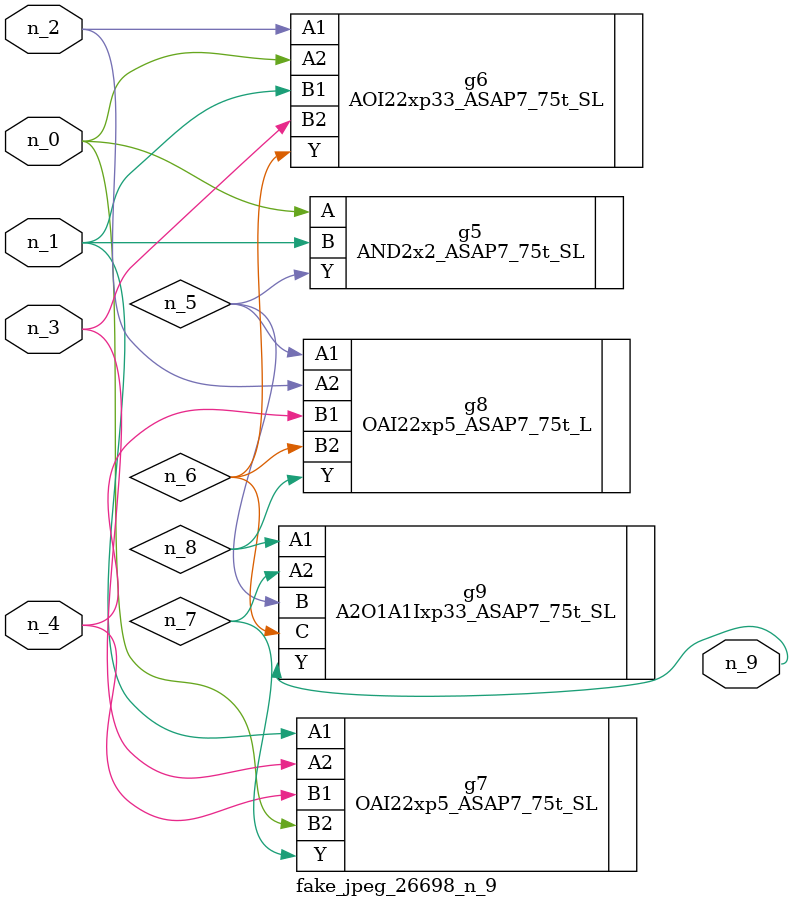
<source format=v>
module fake_jpeg_26698_n_9 (n_3, n_2, n_1, n_0, n_4, n_9);

input n_3;
input n_2;
input n_1;
input n_0;
input n_4;

output n_9;

wire n_8;
wire n_6;
wire n_5;
wire n_7;

AND2x2_ASAP7_75t_SL g5 ( 
.A(n_0),
.B(n_1),
.Y(n_5)
);

AOI22xp33_ASAP7_75t_SL g6 ( 
.A1(n_2),
.A2(n_0),
.B1(n_1),
.B2(n_3),
.Y(n_6)
);

OAI22xp5_ASAP7_75t_SL g7 ( 
.A1(n_1),
.A2(n_3),
.B1(n_4),
.B2(n_0),
.Y(n_7)
);

OAI22xp5_ASAP7_75t_L g8 ( 
.A1(n_5),
.A2(n_2),
.B1(n_4),
.B2(n_6),
.Y(n_8)
);

A2O1A1Ixp33_ASAP7_75t_SL g9 ( 
.A1(n_8),
.A2(n_7),
.B(n_5),
.C(n_6),
.Y(n_9)
);


endmodule
</source>
